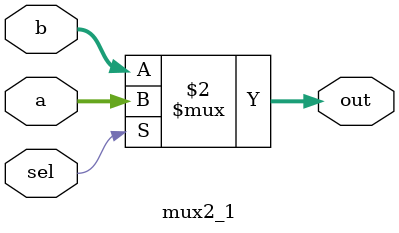
<source format=v>
module mux2_1(a,b,sel,out);
input [31:0] a,b;
input sel;
output [31:0]out;

assign out = (sel==1'b1) ? a : b;

endmodule
</source>
